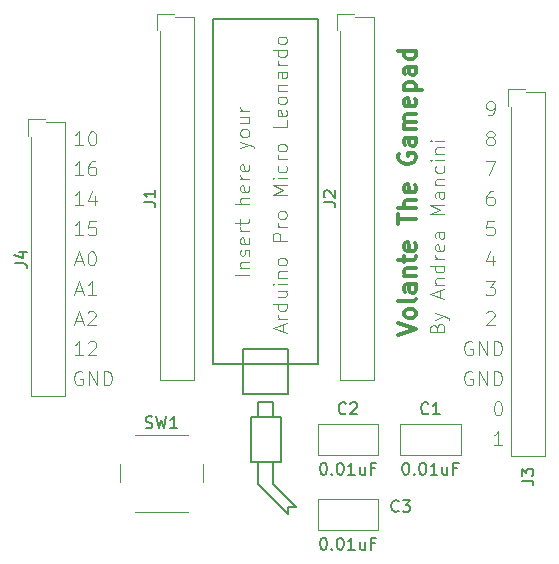
<source format=gbr>
G04 #@! TF.FileFunction,Legend,Top*
%FSLAX46Y46*%
G04 Gerber Fmt 4.6, Leading zero omitted, Abs format (unit mm)*
G04 Created by KiCad (PCBNEW 4.0.7) date 02/12/18 15:08:45*
%MOMM*%
%LPD*%
G01*
G04 APERTURE LIST*
%ADD10C,0.100000*%
%ADD11C,0.300000*%
%ADD12C,0.200000*%
%ADD13C,0.120000*%
%ADD14C,0.150000*%
G04 APERTURE END LIST*
D10*
X131787858Y-100237857D02*
X131102143Y-100237857D01*
X131445001Y-100237857D02*
X131445001Y-99037857D01*
X131330715Y-99209286D01*
X131216429Y-99323571D01*
X131102143Y-99380714D01*
X131387858Y-96497857D02*
X131502143Y-96497857D01*
X131616429Y-96555000D01*
X131673572Y-96612143D01*
X131730715Y-96726429D01*
X131787858Y-96955000D01*
X131787858Y-97240714D01*
X131730715Y-97469286D01*
X131673572Y-97583571D01*
X131616429Y-97640714D01*
X131502143Y-97697857D01*
X131387858Y-97697857D01*
X131273572Y-97640714D01*
X131216429Y-97583571D01*
X131159286Y-97469286D01*
X131102143Y-97240714D01*
X131102143Y-96955000D01*
X131159286Y-96726429D01*
X131216429Y-96612143D01*
X131273572Y-96555000D01*
X131387858Y-96497857D01*
X129260715Y-94015000D02*
X129146429Y-93957857D01*
X128975000Y-93957857D01*
X128803572Y-94015000D01*
X128689286Y-94129286D01*
X128632143Y-94243571D01*
X128575000Y-94472143D01*
X128575000Y-94643571D01*
X128632143Y-94872143D01*
X128689286Y-94986429D01*
X128803572Y-95100714D01*
X128975000Y-95157857D01*
X129089286Y-95157857D01*
X129260715Y-95100714D01*
X129317858Y-95043571D01*
X129317858Y-94643571D01*
X129089286Y-94643571D01*
X129832143Y-95157857D02*
X129832143Y-93957857D01*
X130517858Y-95157857D01*
X130517858Y-93957857D01*
X131089286Y-95157857D02*
X131089286Y-93957857D01*
X131375001Y-93957857D01*
X131546429Y-94015000D01*
X131660715Y-94129286D01*
X131717858Y-94243571D01*
X131775001Y-94472143D01*
X131775001Y-94643571D01*
X131717858Y-94872143D01*
X131660715Y-94986429D01*
X131546429Y-95100714D01*
X131375001Y-95157857D01*
X131089286Y-95157857D01*
X129260715Y-91475000D02*
X129146429Y-91417857D01*
X128975000Y-91417857D01*
X128803572Y-91475000D01*
X128689286Y-91589286D01*
X128632143Y-91703571D01*
X128575000Y-91932143D01*
X128575000Y-92103571D01*
X128632143Y-92332143D01*
X128689286Y-92446429D01*
X128803572Y-92560714D01*
X128975000Y-92617857D01*
X129089286Y-92617857D01*
X129260715Y-92560714D01*
X129317858Y-92503571D01*
X129317858Y-92103571D01*
X129089286Y-92103571D01*
X129832143Y-92617857D02*
X129832143Y-91417857D01*
X130517858Y-92617857D01*
X130517858Y-91417857D01*
X131089286Y-92617857D02*
X131089286Y-91417857D01*
X131375001Y-91417857D01*
X131546429Y-91475000D01*
X131660715Y-91589286D01*
X131717858Y-91703571D01*
X131775001Y-91932143D01*
X131775001Y-92103571D01*
X131717858Y-92332143D01*
X131660715Y-92446429D01*
X131546429Y-92560714D01*
X131375001Y-92617857D01*
X131089286Y-92617857D01*
X130467143Y-88992143D02*
X130524286Y-88935000D01*
X130638572Y-88877857D01*
X130924286Y-88877857D01*
X131038572Y-88935000D01*
X131095715Y-88992143D01*
X131152858Y-89106429D01*
X131152858Y-89220714D01*
X131095715Y-89392143D01*
X130410001Y-90077857D01*
X131152858Y-90077857D01*
X130410001Y-86337857D02*
X131152858Y-86337857D01*
X130752858Y-86795000D01*
X130924286Y-86795000D01*
X131038572Y-86852143D01*
X131095715Y-86909286D01*
X131152858Y-87023571D01*
X131152858Y-87309286D01*
X131095715Y-87423571D01*
X131038572Y-87480714D01*
X130924286Y-87537857D01*
X130581429Y-87537857D01*
X130467143Y-87480714D01*
X130410001Y-87423571D01*
X131038572Y-84197857D02*
X131038572Y-84997857D01*
X130752858Y-83740714D02*
X130467143Y-84597857D01*
X131210001Y-84597857D01*
X131095715Y-81257857D02*
X130524286Y-81257857D01*
X130467143Y-81829286D01*
X130524286Y-81772143D01*
X130638572Y-81715000D01*
X130924286Y-81715000D01*
X131038572Y-81772143D01*
X131095715Y-81829286D01*
X131152858Y-81943571D01*
X131152858Y-82229286D01*
X131095715Y-82343571D01*
X131038572Y-82400714D01*
X130924286Y-82457857D01*
X130638572Y-82457857D01*
X130524286Y-82400714D01*
X130467143Y-82343571D01*
X131038572Y-78717857D02*
X130810001Y-78717857D01*
X130695715Y-78775000D01*
X130638572Y-78832143D01*
X130524286Y-79003571D01*
X130467143Y-79232143D01*
X130467143Y-79689286D01*
X130524286Y-79803571D01*
X130581429Y-79860714D01*
X130695715Y-79917857D01*
X130924286Y-79917857D01*
X131038572Y-79860714D01*
X131095715Y-79803571D01*
X131152858Y-79689286D01*
X131152858Y-79403571D01*
X131095715Y-79289286D01*
X131038572Y-79232143D01*
X130924286Y-79175000D01*
X130695715Y-79175000D01*
X130581429Y-79232143D01*
X130524286Y-79289286D01*
X130467143Y-79403571D01*
X130410001Y-76177857D02*
X131210001Y-76177857D01*
X130695715Y-77377857D01*
X130695715Y-74152143D02*
X130581429Y-74095000D01*
X130524286Y-74037857D01*
X130467143Y-73923571D01*
X130467143Y-73866429D01*
X130524286Y-73752143D01*
X130581429Y-73695000D01*
X130695715Y-73637857D01*
X130924286Y-73637857D01*
X131038572Y-73695000D01*
X131095715Y-73752143D01*
X131152858Y-73866429D01*
X131152858Y-73923571D01*
X131095715Y-74037857D01*
X131038572Y-74095000D01*
X130924286Y-74152143D01*
X130695715Y-74152143D01*
X130581429Y-74209286D01*
X130524286Y-74266429D01*
X130467143Y-74380714D01*
X130467143Y-74609286D01*
X130524286Y-74723571D01*
X130581429Y-74780714D01*
X130695715Y-74837857D01*
X130924286Y-74837857D01*
X131038572Y-74780714D01*
X131095715Y-74723571D01*
X131152858Y-74609286D01*
X131152858Y-74380714D01*
X131095715Y-74266429D01*
X131038572Y-74209286D01*
X130924286Y-74152143D01*
X130581429Y-72297857D02*
X130810001Y-72297857D01*
X130924286Y-72240714D01*
X130981429Y-72183571D01*
X131095715Y-72012143D01*
X131152858Y-71783571D01*
X131152858Y-71326429D01*
X131095715Y-71212143D01*
X131038572Y-71155000D01*
X130924286Y-71097857D01*
X130695715Y-71097857D01*
X130581429Y-71155000D01*
X130524286Y-71212143D01*
X130467143Y-71326429D01*
X130467143Y-71612143D01*
X130524286Y-71726429D01*
X130581429Y-71783571D01*
X130695715Y-71840714D01*
X130924286Y-71840714D01*
X131038572Y-71783571D01*
X131095715Y-71726429D01*
X131152858Y-71612143D01*
X96240715Y-94015000D02*
X96126429Y-93957857D01*
X95955000Y-93957857D01*
X95783572Y-94015000D01*
X95669286Y-94129286D01*
X95612143Y-94243571D01*
X95555000Y-94472143D01*
X95555000Y-94643571D01*
X95612143Y-94872143D01*
X95669286Y-94986429D01*
X95783572Y-95100714D01*
X95955000Y-95157857D01*
X96069286Y-95157857D01*
X96240715Y-95100714D01*
X96297858Y-95043571D01*
X96297858Y-94643571D01*
X96069286Y-94643571D01*
X96812143Y-95157857D02*
X96812143Y-93957857D01*
X97497858Y-95157857D01*
X97497858Y-93957857D01*
X98069286Y-95157857D02*
X98069286Y-93957857D01*
X98355001Y-93957857D01*
X98526429Y-94015000D01*
X98640715Y-94129286D01*
X98697858Y-94243571D01*
X98755001Y-94472143D01*
X98755001Y-94643571D01*
X98697858Y-94872143D01*
X98640715Y-94986429D01*
X98526429Y-95100714D01*
X98355001Y-95157857D01*
X98069286Y-95157857D01*
X96291429Y-92617857D02*
X95605714Y-92617857D01*
X95948572Y-92617857D02*
X95948572Y-91417857D01*
X95834286Y-91589286D01*
X95720000Y-91703571D01*
X95605714Y-91760714D01*
X96748571Y-91532143D02*
X96805714Y-91475000D01*
X96920000Y-91417857D01*
X97205714Y-91417857D01*
X97320000Y-91475000D01*
X97377143Y-91532143D01*
X97434286Y-91646429D01*
X97434286Y-91760714D01*
X97377143Y-91932143D01*
X96691429Y-92617857D01*
X97434286Y-92617857D01*
X95662857Y-89735000D02*
X96234286Y-89735000D01*
X95548572Y-90077857D02*
X95948572Y-88877857D01*
X96348572Y-90077857D01*
X96691428Y-88992143D02*
X96748571Y-88935000D01*
X96862857Y-88877857D01*
X97148571Y-88877857D01*
X97262857Y-88935000D01*
X97320000Y-88992143D01*
X97377143Y-89106429D01*
X97377143Y-89220714D01*
X97320000Y-89392143D01*
X96634286Y-90077857D01*
X97377143Y-90077857D01*
X95662857Y-87195000D02*
X96234286Y-87195000D01*
X95548572Y-87537857D02*
X95948572Y-86337857D01*
X96348572Y-87537857D01*
X97377143Y-87537857D02*
X96691428Y-87537857D01*
X97034286Y-87537857D02*
X97034286Y-86337857D01*
X96920000Y-86509286D01*
X96805714Y-86623571D01*
X96691428Y-86680714D01*
X95662857Y-84655000D02*
X96234286Y-84655000D01*
X95548572Y-84997857D02*
X95948572Y-83797857D01*
X96348572Y-84997857D01*
X96977143Y-83797857D02*
X97091428Y-83797857D01*
X97205714Y-83855000D01*
X97262857Y-83912143D01*
X97320000Y-84026429D01*
X97377143Y-84255000D01*
X97377143Y-84540714D01*
X97320000Y-84769286D01*
X97262857Y-84883571D01*
X97205714Y-84940714D01*
X97091428Y-84997857D01*
X96977143Y-84997857D01*
X96862857Y-84940714D01*
X96805714Y-84883571D01*
X96748571Y-84769286D01*
X96691428Y-84540714D01*
X96691428Y-84255000D01*
X96748571Y-84026429D01*
X96805714Y-83912143D01*
X96862857Y-83855000D01*
X96977143Y-83797857D01*
X96291429Y-82457857D02*
X95605714Y-82457857D01*
X95948572Y-82457857D02*
X95948572Y-81257857D01*
X95834286Y-81429286D01*
X95720000Y-81543571D01*
X95605714Y-81600714D01*
X97377143Y-81257857D02*
X96805714Y-81257857D01*
X96748571Y-81829286D01*
X96805714Y-81772143D01*
X96920000Y-81715000D01*
X97205714Y-81715000D01*
X97320000Y-81772143D01*
X97377143Y-81829286D01*
X97434286Y-81943571D01*
X97434286Y-82229286D01*
X97377143Y-82343571D01*
X97320000Y-82400714D01*
X97205714Y-82457857D01*
X96920000Y-82457857D01*
X96805714Y-82400714D01*
X96748571Y-82343571D01*
X96291429Y-79917857D02*
X95605714Y-79917857D01*
X95948572Y-79917857D02*
X95948572Y-78717857D01*
X95834286Y-78889286D01*
X95720000Y-79003571D01*
X95605714Y-79060714D01*
X97320000Y-79117857D02*
X97320000Y-79917857D01*
X97034286Y-78660714D02*
X96748571Y-79517857D01*
X97491429Y-79517857D01*
X96291429Y-77377857D02*
X95605714Y-77377857D01*
X95948572Y-77377857D02*
X95948572Y-76177857D01*
X95834286Y-76349286D01*
X95720000Y-76463571D01*
X95605714Y-76520714D01*
X97320000Y-76177857D02*
X97091429Y-76177857D01*
X96977143Y-76235000D01*
X96920000Y-76292143D01*
X96805714Y-76463571D01*
X96748571Y-76692143D01*
X96748571Y-77149286D01*
X96805714Y-77263571D01*
X96862857Y-77320714D01*
X96977143Y-77377857D01*
X97205714Y-77377857D01*
X97320000Y-77320714D01*
X97377143Y-77263571D01*
X97434286Y-77149286D01*
X97434286Y-76863571D01*
X97377143Y-76749286D01*
X97320000Y-76692143D01*
X97205714Y-76635000D01*
X96977143Y-76635000D01*
X96862857Y-76692143D01*
X96805714Y-76749286D01*
X96748571Y-76863571D01*
X96291429Y-74837857D02*
X95605714Y-74837857D01*
X95948572Y-74837857D02*
X95948572Y-73637857D01*
X95834286Y-73809286D01*
X95720000Y-73923571D01*
X95605714Y-73980714D01*
X97034286Y-73637857D02*
X97148571Y-73637857D01*
X97262857Y-73695000D01*
X97320000Y-73752143D01*
X97377143Y-73866429D01*
X97434286Y-74095000D01*
X97434286Y-74380714D01*
X97377143Y-74609286D01*
X97320000Y-74723571D01*
X97262857Y-74780714D01*
X97148571Y-74837857D01*
X97034286Y-74837857D01*
X96920000Y-74780714D01*
X96862857Y-74723571D01*
X96805714Y-74609286D01*
X96748571Y-74380714D01*
X96748571Y-74095000D01*
X96805714Y-73866429D01*
X96862857Y-73752143D01*
X96920000Y-73695000D01*
X97034286Y-73637857D01*
X110397857Y-85768571D02*
X109197857Y-85768571D01*
X109597857Y-85197142D02*
X110397857Y-85197142D01*
X109712143Y-85197142D02*
X109655000Y-85139999D01*
X109597857Y-85025713D01*
X109597857Y-84854285D01*
X109655000Y-84739999D01*
X109769286Y-84682856D01*
X110397857Y-84682856D01*
X110340714Y-84168571D02*
X110397857Y-84054285D01*
X110397857Y-83825713D01*
X110340714Y-83711428D01*
X110226429Y-83654285D01*
X110169286Y-83654285D01*
X110055000Y-83711428D01*
X109997857Y-83825713D01*
X109997857Y-83997142D01*
X109940714Y-84111428D01*
X109826429Y-84168571D01*
X109769286Y-84168571D01*
X109655000Y-84111428D01*
X109597857Y-83997142D01*
X109597857Y-83825713D01*
X109655000Y-83711428D01*
X110340714Y-82682856D02*
X110397857Y-82797142D01*
X110397857Y-83025713D01*
X110340714Y-83139999D01*
X110226429Y-83197142D01*
X109769286Y-83197142D01*
X109655000Y-83139999D01*
X109597857Y-83025713D01*
X109597857Y-82797142D01*
X109655000Y-82682856D01*
X109769286Y-82625713D01*
X109883571Y-82625713D01*
X109997857Y-83197142D01*
X110397857Y-82111428D02*
X109597857Y-82111428D01*
X109826429Y-82111428D02*
X109712143Y-82054285D01*
X109655000Y-81997142D01*
X109597857Y-81882856D01*
X109597857Y-81768571D01*
X109597857Y-81539999D02*
X109597857Y-81082856D01*
X109197857Y-81368571D02*
X110226429Y-81368571D01*
X110340714Y-81311428D01*
X110397857Y-81197142D01*
X110397857Y-81082856D01*
X110397857Y-79768571D02*
X109197857Y-79768571D01*
X110397857Y-79254285D02*
X109769286Y-79254285D01*
X109655000Y-79311428D01*
X109597857Y-79425714D01*
X109597857Y-79597142D01*
X109655000Y-79711428D01*
X109712143Y-79768571D01*
X110340714Y-78225714D02*
X110397857Y-78340000D01*
X110397857Y-78568571D01*
X110340714Y-78682857D01*
X110226429Y-78740000D01*
X109769286Y-78740000D01*
X109655000Y-78682857D01*
X109597857Y-78568571D01*
X109597857Y-78340000D01*
X109655000Y-78225714D01*
X109769286Y-78168571D01*
X109883571Y-78168571D01*
X109997857Y-78740000D01*
X110397857Y-77654286D02*
X109597857Y-77654286D01*
X109826429Y-77654286D02*
X109712143Y-77597143D01*
X109655000Y-77540000D01*
X109597857Y-77425714D01*
X109597857Y-77311429D01*
X110340714Y-76454286D02*
X110397857Y-76568572D01*
X110397857Y-76797143D01*
X110340714Y-76911429D01*
X110226429Y-76968572D01*
X109769286Y-76968572D01*
X109655000Y-76911429D01*
X109597857Y-76797143D01*
X109597857Y-76568572D01*
X109655000Y-76454286D01*
X109769286Y-76397143D01*
X109883571Y-76397143D01*
X109997857Y-76968572D01*
X109597857Y-75082857D02*
X110397857Y-74797143D01*
X109597857Y-74511429D02*
X110397857Y-74797143D01*
X110683571Y-74911429D01*
X110740714Y-74968572D01*
X110797857Y-75082857D01*
X110397857Y-73882857D02*
X110340714Y-73997143D01*
X110283571Y-74054286D01*
X110169286Y-74111429D01*
X109826429Y-74111429D01*
X109712143Y-74054286D01*
X109655000Y-73997143D01*
X109597857Y-73882857D01*
X109597857Y-73711429D01*
X109655000Y-73597143D01*
X109712143Y-73540000D01*
X109826429Y-73482857D01*
X110169286Y-73482857D01*
X110283571Y-73540000D01*
X110340714Y-73597143D01*
X110397857Y-73711429D01*
X110397857Y-73882857D01*
X109597857Y-72454286D02*
X110397857Y-72454286D01*
X109597857Y-72968572D02*
X110226429Y-72968572D01*
X110340714Y-72911429D01*
X110397857Y-72797143D01*
X110397857Y-72625715D01*
X110340714Y-72511429D01*
X110283571Y-72454286D01*
X110397857Y-71882858D02*
X109597857Y-71882858D01*
X109826429Y-71882858D02*
X109712143Y-71825715D01*
X109655000Y-71768572D01*
X109597857Y-71654286D01*
X109597857Y-71540001D01*
X113230000Y-90590713D02*
X113230000Y-90019284D01*
X113572857Y-90704998D02*
X112372857Y-90304998D01*
X113572857Y-89904998D01*
X113572857Y-89504999D02*
X112772857Y-89504999D01*
X113001429Y-89504999D02*
X112887143Y-89447856D01*
X112830000Y-89390713D01*
X112772857Y-89276427D01*
X112772857Y-89162142D01*
X113572857Y-88247856D02*
X112372857Y-88247856D01*
X113515714Y-88247856D02*
X113572857Y-88362142D01*
X113572857Y-88590713D01*
X113515714Y-88704999D01*
X113458571Y-88762142D01*
X113344286Y-88819285D01*
X113001429Y-88819285D01*
X112887143Y-88762142D01*
X112830000Y-88704999D01*
X112772857Y-88590713D01*
X112772857Y-88362142D01*
X112830000Y-88247856D01*
X112772857Y-87162142D02*
X113572857Y-87162142D01*
X112772857Y-87676428D02*
X113401429Y-87676428D01*
X113515714Y-87619285D01*
X113572857Y-87504999D01*
X113572857Y-87333571D01*
X113515714Y-87219285D01*
X113458571Y-87162142D01*
X113572857Y-86590714D02*
X112772857Y-86590714D01*
X112372857Y-86590714D02*
X112430000Y-86647857D01*
X112487143Y-86590714D01*
X112430000Y-86533571D01*
X112372857Y-86590714D01*
X112487143Y-86590714D01*
X112772857Y-86019285D02*
X113572857Y-86019285D01*
X112887143Y-86019285D02*
X112830000Y-85962142D01*
X112772857Y-85847856D01*
X112772857Y-85676428D01*
X112830000Y-85562142D01*
X112944286Y-85504999D01*
X113572857Y-85504999D01*
X113572857Y-84762142D02*
X113515714Y-84876428D01*
X113458571Y-84933571D01*
X113344286Y-84990714D01*
X113001429Y-84990714D01*
X112887143Y-84933571D01*
X112830000Y-84876428D01*
X112772857Y-84762142D01*
X112772857Y-84590714D01*
X112830000Y-84476428D01*
X112887143Y-84419285D01*
X113001429Y-84362142D01*
X113344286Y-84362142D01*
X113458571Y-84419285D01*
X113515714Y-84476428D01*
X113572857Y-84590714D01*
X113572857Y-84762142D01*
X113572857Y-82933571D02*
X112372857Y-82933571D01*
X112372857Y-82476428D01*
X112430000Y-82362142D01*
X112487143Y-82304999D01*
X112601429Y-82247856D01*
X112772857Y-82247856D01*
X112887143Y-82304999D01*
X112944286Y-82362142D01*
X113001429Y-82476428D01*
X113001429Y-82933571D01*
X113572857Y-81733571D02*
X112772857Y-81733571D01*
X113001429Y-81733571D02*
X112887143Y-81676428D01*
X112830000Y-81619285D01*
X112772857Y-81504999D01*
X112772857Y-81390714D01*
X113572857Y-80819285D02*
X113515714Y-80933571D01*
X113458571Y-80990714D01*
X113344286Y-81047857D01*
X113001429Y-81047857D01*
X112887143Y-80990714D01*
X112830000Y-80933571D01*
X112772857Y-80819285D01*
X112772857Y-80647857D01*
X112830000Y-80533571D01*
X112887143Y-80476428D01*
X113001429Y-80419285D01*
X113344286Y-80419285D01*
X113458571Y-80476428D01*
X113515714Y-80533571D01*
X113572857Y-80647857D01*
X113572857Y-80819285D01*
X113572857Y-78990714D02*
X112372857Y-78990714D01*
X113230000Y-78590714D01*
X112372857Y-78190714D01*
X113572857Y-78190714D01*
X113572857Y-77619285D02*
X112772857Y-77619285D01*
X112372857Y-77619285D02*
X112430000Y-77676428D01*
X112487143Y-77619285D01*
X112430000Y-77562142D01*
X112372857Y-77619285D01*
X112487143Y-77619285D01*
X113515714Y-76533570D02*
X113572857Y-76647856D01*
X113572857Y-76876427D01*
X113515714Y-76990713D01*
X113458571Y-77047856D01*
X113344286Y-77104999D01*
X113001429Y-77104999D01*
X112887143Y-77047856D01*
X112830000Y-76990713D01*
X112772857Y-76876427D01*
X112772857Y-76647856D01*
X112830000Y-76533570D01*
X113572857Y-76019285D02*
X112772857Y-76019285D01*
X113001429Y-76019285D02*
X112887143Y-75962142D01*
X112830000Y-75904999D01*
X112772857Y-75790713D01*
X112772857Y-75676428D01*
X113572857Y-75104999D02*
X113515714Y-75219285D01*
X113458571Y-75276428D01*
X113344286Y-75333571D01*
X113001429Y-75333571D01*
X112887143Y-75276428D01*
X112830000Y-75219285D01*
X112772857Y-75104999D01*
X112772857Y-74933571D01*
X112830000Y-74819285D01*
X112887143Y-74762142D01*
X113001429Y-74704999D01*
X113344286Y-74704999D01*
X113458571Y-74762142D01*
X113515714Y-74819285D01*
X113572857Y-74933571D01*
X113572857Y-75104999D01*
X113572857Y-72704999D02*
X113572857Y-73276428D01*
X112372857Y-73276428D01*
X113515714Y-71847856D02*
X113572857Y-71962142D01*
X113572857Y-72190713D01*
X113515714Y-72304999D01*
X113401429Y-72362142D01*
X112944286Y-72362142D01*
X112830000Y-72304999D01*
X112772857Y-72190713D01*
X112772857Y-71962142D01*
X112830000Y-71847856D01*
X112944286Y-71790713D01*
X113058571Y-71790713D01*
X113172857Y-72362142D01*
X113572857Y-71104999D02*
X113515714Y-71219285D01*
X113458571Y-71276428D01*
X113344286Y-71333571D01*
X113001429Y-71333571D01*
X112887143Y-71276428D01*
X112830000Y-71219285D01*
X112772857Y-71104999D01*
X112772857Y-70933571D01*
X112830000Y-70819285D01*
X112887143Y-70762142D01*
X113001429Y-70704999D01*
X113344286Y-70704999D01*
X113458571Y-70762142D01*
X113515714Y-70819285D01*
X113572857Y-70933571D01*
X113572857Y-71104999D01*
X112772857Y-70190714D02*
X113572857Y-70190714D01*
X112887143Y-70190714D02*
X112830000Y-70133571D01*
X112772857Y-70019285D01*
X112772857Y-69847857D01*
X112830000Y-69733571D01*
X112944286Y-69676428D01*
X113572857Y-69676428D01*
X113572857Y-68590714D02*
X112944286Y-68590714D01*
X112830000Y-68647857D01*
X112772857Y-68762143D01*
X112772857Y-68990714D01*
X112830000Y-69105000D01*
X113515714Y-68590714D02*
X113572857Y-68705000D01*
X113572857Y-68990714D01*
X113515714Y-69105000D01*
X113401429Y-69162143D01*
X113287143Y-69162143D01*
X113172857Y-69105000D01*
X113115714Y-68990714D01*
X113115714Y-68705000D01*
X113058571Y-68590714D01*
X113572857Y-68019286D02*
X112772857Y-68019286D01*
X113001429Y-68019286D02*
X112887143Y-67962143D01*
X112830000Y-67905000D01*
X112772857Y-67790714D01*
X112772857Y-67676429D01*
X113572857Y-66762143D02*
X112372857Y-66762143D01*
X113515714Y-66762143D02*
X113572857Y-66876429D01*
X113572857Y-67105000D01*
X113515714Y-67219286D01*
X113458571Y-67276429D01*
X113344286Y-67333572D01*
X113001429Y-67333572D01*
X112887143Y-67276429D01*
X112830000Y-67219286D01*
X112772857Y-67105000D01*
X112772857Y-66876429D01*
X112830000Y-66762143D01*
X113572857Y-66019286D02*
X113515714Y-66133572D01*
X113458571Y-66190715D01*
X113344286Y-66247858D01*
X113001429Y-66247858D01*
X112887143Y-66190715D01*
X112830000Y-66133572D01*
X112772857Y-66019286D01*
X112772857Y-65847858D01*
X112830000Y-65733572D01*
X112887143Y-65676429D01*
X113001429Y-65619286D01*
X113344286Y-65619286D01*
X113458571Y-65676429D01*
X113515714Y-65733572D01*
X113572857Y-65847858D01*
X113572857Y-66019286D01*
X126279286Y-90264285D02*
X126336429Y-90092856D01*
X126393571Y-90035713D01*
X126507857Y-89978570D01*
X126679286Y-89978570D01*
X126793571Y-90035713D01*
X126850714Y-90092856D01*
X126907857Y-90207142D01*
X126907857Y-90664285D01*
X125707857Y-90664285D01*
X125707857Y-90264285D01*
X125765000Y-90149999D01*
X125822143Y-90092856D01*
X125936429Y-90035713D01*
X126050714Y-90035713D01*
X126165000Y-90092856D01*
X126222143Y-90149999D01*
X126279286Y-90264285D01*
X126279286Y-90664285D01*
X126107857Y-89578570D02*
X126907857Y-89292856D01*
X126107857Y-89007142D02*
X126907857Y-89292856D01*
X127193571Y-89407142D01*
X127250714Y-89464285D01*
X127307857Y-89578570D01*
X126565000Y-87692856D02*
X126565000Y-87121427D01*
X126907857Y-87807141D02*
X125707857Y-87407141D01*
X126907857Y-87007141D01*
X126107857Y-86607142D02*
X126907857Y-86607142D01*
X126222143Y-86607142D02*
X126165000Y-86549999D01*
X126107857Y-86435713D01*
X126107857Y-86264285D01*
X126165000Y-86149999D01*
X126279286Y-86092856D01*
X126907857Y-86092856D01*
X126907857Y-85007142D02*
X125707857Y-85007142D01*
X126850714Y-85007142D02*
X126907857Y-85121428D01*
X126907857Y-85349999D01*
X126850714Y-85464285D01*
X126793571Y-85521428D01*
X126679286Y-85578571D01*
X126336429Y-85578571D01*
X126222143Y-85521428D01*
X126165000Y-85464285D01*
X126107857Y-85349999D01*
X126107857Y-85121428D01*
X126165000Y-85007142D01*
X126907857Y-84435714D02*
X126107857Y-84435714D01*
X126336429Y-84435714D02*
X126222143Y-84378571D01*
X126165000Y-84321428D01*
X126107857Y-84207142D01*
X126107857Y-84092857D01*
X126850714Y-83235714D02*
X126907857Y-83350000D01*
X126907857Y-83578571D01*
X126850714Y-83692857D01*
X126736429Y-83750000D01*
X126279286Y-83750000D01*
X126165000Y-83692857D01*
X126107857Y-83578571D01*
X126107857Y-83350000D01*
X126165000Y-83235714D01*
X126279286Y-83178571D01*
X126393571Y-83178571D01*
X126507857Y-83750000D01*
X126907857Y-82150000D02*
X126279286Y-82150000D01*
X126165000Y-82207143D01*
X126107857Y-82321429D01*
X126107857Y-82550000D01*
X126165000Y-82664286D01*
X126850714Y-82150000D02*
X126907857Y-82264286D01*
X126907857Y-82550000D01*
X126850714Y-82664286D01*
X126736429Y-82721429D01*
X126622143Y-82721429D01*
X126507857Y-82664286D01*
X126450714Y-82550000D01*
X126450714Y-82264286D01*
X126393571Y-82150000D01*
X126907857Y-80664286D02*
X125707857Y-80664286D01*
X126565000Y-80264286D01*
X125707857Y-79864286D01*
X126907857Y-79864286D01*
X126907857Y-78778571D02*
X126279286Y-78778571D01*
X126165000Y-78835714D01*
X126107857Y-78950000D01*
X126107857Y-79178571D01*
X126165000Y-79292857D01*
X126850714Y-78778571D02*
X126907857Y-78892857D01*
X126907857Y-79178571D01*
X126850714Y-79292857D01*
X126736429Y-79350000D01*
X126622143Y-79350000D01*
X126507857Y-79292857D01*
X126450714Y-79178571D01*
X126450714Y-78892857D01*
X126393571Y-78778571D01*
X126107857Y-78207143D02*
X126907857Y-78207143D01*
X126222143Y-78207143D02*
X126165000Y-78150000D01*
X126107857Y-78035714D01*
X126107857Y-77864286D01*
X126165000Y-77750000D01*
X126279286Y-77692857D01*
X126907857Y-77692857D01*
X126850714Y-76607143D02*
X126907857Y-76721429D01*
X126907857Y-76950000D01*
X126850714Y-77064286D01*
X126793571Y-77121429D01*
X126679286Y-77178572D01*
X126336429Y-77178572D01*
X126222143Y-77121429D01*
X126165000Y-77064286D01*
X126107857Y-76950000D01*
X126107857Y-76721429D01*
X126165000Y-76607143D01*
X126907857Y-76092858D02*
X126107857Y-76092858D01*
X125707857Y-76092858D02*
X125765000Y-76150001D01*
X125822143Y-76092858D01*
X125765000Y-76035715D01*
X125707857Y-76092858D01*
X125822143Y-76092858D01*
X126107857Y-75521429D02*
X126907857Y-75521429D01*
X126222143Y-75521429D02*
X126165000Y-75464286D01*
X126107857Y-75350000D01*
X126107857Y-75178572D01*
X126165000Y-75064286D01*
X126279286Y-75007143D01*
X126907857Y-75007143D01*
X126907857Y-74435715D02*
X126107857Y-74435715D01*
X125707857Y-74435715D02*
X125765000Y-74492858D01*
X125822143Y-74435715D01*
X125765000Y-74378572D01*
X125707857Y-74435715D01*
X125822143Y-74435715D01*
D11*
X123003571Y-90882857D02*
X124503571Y-90382857D01*
X123003571Y-89882857D01*
X124503571Y-89168571D02*
X124432143Y-89311429D01*
X124360714Y-89382857D01*
X124217857Y-89454286D01*
X123789286Y-89454286D01*
X123646429Y-89382857D01*
X123575000Y-89311429D01*
X123503571Y-89168571D01*
X123503571Y-88954286D01*
X123575000Y-88811429D01*
X123646429Y-88740000D01*
X123789286Y-88668571D01*
X124217857Y-88668571D01*
X124360714Y-88740000D01*
X124432143Y-88811429D01*
X124503571Y-88954286D01*
X124503571Y-89168571D01*
X124503571Y-87811428D02*
X124432143Y-87954286D01*
X124289286Y-88025714D01*
X123003571Y-88025714D01*
X124503571Y-86597143D02*
X123717857Y-86597143D01*
X123575000Y-86668572D01*
X123503571Y-86811429D01*
X123503571Y-87097143D01*
X123575000Y-87240000D01*
X124432143Y-86597143D02*
X124503571Y-86740000D01*
X124503571Y-87097143D01*
X124432143Y-87240000D01*
X124289286Y-87311429D01*
X124146429Y-87311429D01*
X124003571Y-87240000D01*
X123932143Y-87097143D01*
X123932143Y-86740000D01*
X123860714Y-86597143D01*
X123503571Y-85882857D02*
X124503571Y-85882857D01*
X123646429Y-85882857D02*
X123575000Y-85811429D01*
X123503571Y-85668571D01*
X123503571Y-85454286D01*
X123575000Y-85311429D01*
X123717857Y-85240000D01*
X124503571Y-85240000D01*
X123503571Y-84740000D02*
X123503571Y-84168571D01*
X123003571Y-84525714D02*
X124289286Y-84525714D01*
X124432143Y-84454286D01*
X124503571Y-84311428D01*
X124503571Y-84168571D01*
X124432143Y-83097143D02*
X124503571Y-83240000D01*
X124503571Y-83525714D01*
X124432143Y-83668571D01*
X124289286Y-83740000D01*
X123717857Y-83740000D01*
X123575000Y-83668571D01*
X123503571Y-83525714D01*
X123503571Y-83240000D01*
X123575000Y-83097143D01*
X123717857Y-83025714D01*
X123860714Y-83025714D01*
X124003571Y-83740000D01*
X123003571Y-81454286D02*
X123003571Y-80597143D01*
X124503571Y-81025714D02*
X123003571Y-81025714D01*
X124503571Y-80097143D02*
X123003571Y-80097143D01*
X124503571Y-79454286D02*
X123717857Y-79454286D01*
X123575000Y-79525715D01*
X123503571Y-79668572D01*
X123503571Y-79882857D01*
X123575000Y-80025715D01*
X123646429Y-80097143D01*
X124432143Y-78168572D02*
X124503571Y-78311429D01*
X124503571Y-78597143D01*
X124432143Y-78740000D01*
X124289286Y-78811429D01*
X123717857Y-78811429D01*
X123575000Y-78740000D01*
X123503571Y-78597143D01*
X123503571Y-78311429D01*
X123575000Y-78168572D01*
X123717857Y-78097143D01*
X123860714Y-78097143D01*
X124003571Y-78811429D01*
X123075000Y-75525715D02*
X123003571Y-75668572D01*
X123003571Y-75882858D01*
X123075000Y-76097143D01*
X123217857Y-76240001D01*
X123360714Y-76311429D01*
X123646429Y-76382858D01*
X123860714Y-76382858D01*
X124146429Y-76311429D01*
X124289286Y-76240001D01*
X124432143Y-76097143D01*
X124503571Y-75882858D01*
X124503571Y-75740001D01*
X124432143Y-75525715D01*
X124360714Y-75454286D01*
X123860714Y-75454286D01*
X123860714Y-75740001D01*
X124503571Y-74168572D02*
X123717857Y-74168572D01*
X123575000Y-74240001D01*
X123503571Y-74382858D01*
X123503571Y-74668572D01*
X123575000Y-74811429D01*
X124432143Y-74168572D02*
X124503571Y-74311429D01*
X124503571Y-74668572D01*
X124432143Y-74811429D01*
X124289286Y-74882858D01*
X124146429Y-74882858D01*
X124003571Y-74811429D01*
X123932143Y-74668572D01*
X123932143Y-74311429D01*
X123860714Y-74168572D01*
X124503571Y-73454286D02*
X123503571Y-73454286D01*
X123646429Y-73454286D02*
X123575000Y-73382858D01*
X123503571Y-73240000D01*
X123503571Y-73025715D01*
X123575000Y-72882858D01*
X123717857Y-72811429D01*
X124503571Y-72811429D01*
X123717857Y-72811429D02*
X123575000Y-72740000D01*
X123503571Y-72597143D01*
X123503571Y-72382858D01*
X123575000Y-72240000D01*
X123717857Y-72168572D01*
X124503571Y-72168572D01*
X124432143Y-70882858D02*
X124503571Y-71025715D01*
X124503571Y-71311429D01*
X124432143Y-71454286D01*
X124289286Y-71525715D01*
X123717857Y-71525715D01*
X123575000Y-71454286D01*
X123503571Y-71311429D01*
X123503571Y-71025715D01*
X123575000Y-70882858D01*
X123717857Y-70811429D01*
X123860714Y-70811429D01*
X124003571Y-71525715D01*
X123503571Y-70168572D02*
X125003571Y-70168572D01*
X123575000Y-70168572D02*
X123503571Y-70025715D01*
X123503571Y-69740001D01*
X123575000Y-69597144D01*
X123646429Y-69525715D01*
X123789286Y-69454286D01*
X124217857Y-69454286D01*
X124360714Y-69525715D01*
X124432143Y-69597144D01*
X124503571Y-69740001D01*
X124503571Y-70025715D01*
X124432143Y-70168572D01*
X124503571Y-68168572D02*
X123717857Y-68168572D01*
X123575000Y-68240001D01*
X123503571Y-68382858D01*
X123503571Y-68668572D01*
X123575000Y-68811429D01*
X124432143Y-68168572D02*
X124503571Y-68311429D01*
X124503571Y-68668572D01*
X124432143Y-68811429D01*
X124289286Y-68882858D01*
X124146429Y-68882858D01*
X124003571Y-68811429D01*
X123932143Y-68668572D01*
X123932143Y-68311429D01*
X123860714Y-68168572D01*
X124503571Y-66811429D02*
X123003571Y-66811429D01*
X124432143Y-66811429D02*
X124503571Y-66954286D01*
X124503571Y-67240000D01*
X124432143Y-67382858D01*
X124360714Y-67454286D01*
X124217857Y-67525715D01*
X123789286Y-67525715D01*
X123646429Y-67454286D01*
X123575000Y-67382858D01*
X123503571Y-67240000D01*
X123503571Y-66954286D01*
X123575000Y-66811429D01*
D12*
X112395000Y-103505000D02*
X112395000Y-101600000D01*
X114300000Y-105410000D02*
X112395000Y-103505000D01*
X113665000Y-105410000D02*
X114300000Y-105410000D01*
X113665000Y-106045000D02*
X113665000Y-105410000D01*
X111125000Y-103505000D02*
X113665000Y-106045000D01*
X111125000Y-101600000D02*
X111125000Y-103505000D01*
X110490000Y-101600000D02*
X110490000Y-97790000D01*
X113030000Y-101600000D02*
X110490000Y-101600000D01*
X113030000Y-97790000D02*
X113030000Y-101600000D01*
X110490000Y-97790000D02*
X113030000Y-97790000D01*
X111125000Y-97790000D02*
X111125000Y-96520000D01*
X112395000Y-97790000D02*
X111125000Y-97790000D01*
X112395000Y-96520000D02*
X112395000Y-97790000D01*
X111125000Y-96520000D02*
X112395000Y-96520000D01*
X113665000Y-92075000D02*
X109855000Y-92075000D01*
X113665000Y-95885000D02*
X113665000Y-92075000D01*
X109855000Y-95885000D02*
X113665000Y-95885000D01*
X109855000Y-92075000D02*
X109855000Y-95885000D01*
X107315000Y-93345000D02*
X107315000Y-64135000D01*
X116205000Y-93345000D02*
X107315000Y-93345000D01*
X116205000Y-64135000D02*
X116205000Y-93345000D01*
X107315000Y-64135000D02*
X116205000Y-64135000D01*
D13*
X123150000Y-98385000D02*
X128270000Y-98385000D01*
X123150000Y-101005000D02*
X128270000Y-101005000D01*
X123150000Y-98385000D02*
X123150000Y-101005000D01*
X128270000Y-98385000D02*
X128270000Y-101005000D01*
X116165000Y-98385000D02*
X121285000Y-98385000D01*
X116165000Y-101005000D02*
X121285000Y-101005000D01*
X116165000Y-98385000D02*
X116165000Y-101005000D01*
X121285000Y-98385000D02*
X121285000Y-101005000D01*
X116165000Y-104735000D02*
X121285000Y-104735000D01*
X116165000Y-107355000D02*
X121285000Y-107355000D01*
X116165000Y-104735000D02*
X116165000Y-107355000D01*
X121285000Y-104735000D02*
X121285000Y-107355000D01*
X104090000Y-63920000D02*
X105680000Y-63920000D01*
X105680000Y-63920000D02*
X105680000Y-94700000D01*
X105680000Y-94700000D02*
X102840000Y-94700000D01*
X102840000Y-94700000D02*
X102840000Y-65170000D01*
X103990000Y-63670000D02*
X102590000Y-63670000D01*
X102590000Y-63670000D02*
X102590000Y-65070000D01*
X119330000Y-63920000D02*
X120920000Y-63920000D01*
X120920000Y-63920000D02*
X120920000Y-94700000D01*
X120920000Y-94700000D02*
X118080000Y-94700000D01*
X118080000Y-94700000D02*
X118080000Y-65170000D01*
X119230000Y-63670000D02*
X117830000Y-63670000D01*
X117830000Y-63670000D02*
X117830000Y-65070000D01*
X133815000Y-70335000D02*
X135405000Y-70335000D01*
X135405000Y-70335000D02*
X135405000Y-101115000D01*
X135405000Y-101115000D02*
X132565000Y-101115000D01*
X132565000Y-101115000D02*
X132565000Y-71585000D01*
X133715000Y-70085000D02*
X132315000Y-70085000D01*
X132315000Y-70085000D02*
X132315000Y-71485000D01*
X93175000Y-72875000D02*
X94765000Y-72875000D01*
X94765000Y-72875000D02*
X94765000Y-96035000D01*
X94765000Y-96035000D02*
X91925000Y-96035000D01*
X91925000Y-96035000D02*
X91925000Y-74125000D01*
X93075000Y-72625000D02*
X91675000Y-72625000D01*
X91675000Y-72625000D02*
X91675000Y-74025000D01*
X100695000Y-105830000D02*
X105195000Y-105830000D01*
X99445000Y-101830000D02*
X99445000Y-103330000D01*
X105195000Y-99330000D02*
X100695000Y-99330000D01*
X106445000Y-103330000D02*
X106445000Y-101830000D01*
D14*
X125543334Y-97492143D02*
X125495715Y-97539762D01*
X125352858Y-97587381D01*
X125257620Y-97587381D01*
X125114762Y-97539762D01*
X125019524Y-97444524D01*
X124971905Y-97349286D01*
X124924286Y-97158810D01*
X124924286Y-97015952D01*
X124971905Y-96825476D01*
X125019524Y-96730238D01*
X125114762Y-96635000D01*
X125257620Y-96587381D01*
X125352858Y-96587381D01*
X125495715Y-96635000D01*
X125543334Y-96682619D01*
X126495715Y-97587381D02*
X125924286Y-97587381D01*
X126210000Y-97587381D02*
X126210000Y-96587381D01*
X126114762Y-96730238D01*
X126019524Y-96825476D01*
X125924286Y-96873095D01*
X123590952Y-101707381D02*
X123686191Y-101707381D01*
X123781429Y-101755000D01*
X123829048Y-101802619D01*
X123876667Y-101897857D01*
X123924286Y-102088333D01*
X123924286Y-102326429D01*
X123876667Y-102516905D01*
X123829048Y-102612143D01*
X123781429Y-102659762D01*
X123686191Y-102707381D01*
X123590952Y-102707381D01*
X123495714Y-102659762D01*
X123448095Y-102612143D01*
X123400476Y-102516905D01*
X123352857Y-102326429D01*
X123352857Y-102088333D01*
X123400476Y-101897857D01*
X123448095Y-101802619D01*
X123495714Y-101755000D01*
X123590952Y-101707381D01*
X124352857Y-102612143D02*
X124400476Y-102659762D01*
X124352857Y-102707381D01*
X124305238Y-102659762D01*
X124352857Y-102612143D01*
X124352857Y-102707381D01*
X125019523Y-101707381D02*
X125114762Y-101707381D01*
X125210000Y-101755000D01*
X125257619Y-101802619D01*
X125305238Y-101897857D01*
X125352857Y-102088333D01*
X125352857Y-102326429D01*
X125305238Y-102516905D01*
X125257619Y-102612143D01*
X125210000Y-102659762D01*
X125114762Y-102707381D01*
X125019523Y-102707381D01*
X124924285Y-102659762D01*
X124876666Y-102612143D01*
X124829047Y-102516905D01*
X124781428Y-102326429D01*
X124781428Y-102088333D01*
X124829047Y-101897857D01*
X124876666Y-101802619D01*
X124924285Y-101755000D01*
X125019523Y-101707381D01*
X126305238Y-102707381D02*
X125733809Y-102707381D01*
X126019523Y-102707381D02*
X126019523Y-101707381D01*
X125924285Y-101850238D01*
X125829047Y-101945476D01*
X125733809Y-101993095D01*
X127162381Y-102040714D02*
X127162381Y-102707381D01*
X126733809Y-102040714D02*
X126733809Y-102564524D01*
X126781428Y-102659762D01*
X126876666Y-102707381D01*
X127019524Y-102707381D01*
X127114762Y-102659762D01*
X127162381Y-102612143D01*
X127971905Y-102183571D02*
X127638571Y-102183571D01*
X127638571Y-102707381D02*
X127638571Y-101707381D01*
X128114762Y-101707381D01*
X118558334Y-97492143D02*
X118510715Y-97539762D01*
X118367858Y-97587381D01*
X118272620Y-97587381D01*
X118129762Y-97539762D01*
X118034524Y-97444524D01*
X117986905Y-97349286D01*
X117939286Y-97158810D01*
X117939286Y-97015952D01*
X117986905Y-96825476D01*
X118034524Y-96730238D01*
X118129762Y-96635000D01*
X118272620Y-96587381D01*
X118367858Y-96587381D01*
X118510715Y-96635000D01*
X118558334Y-96682619D01*
X118939286Y-96682619D02*
X118986905Y-96635000D01*
X119082143Y-96587381D01*
X119320239Y-96587381D01*
X119415477Y-96635000D01*
X119463096Y-96682619D01*
X119510715Y-96777857D01*
X119510715Y-96873095D01*
X119463096Y-97015952D01*
X118891667Y-97587381D01*
X119510715Y-97587381D01*
X116605952Y-101707381D02*
X116701191Y-101707381D01*
X116796429Y-101755000D01*
X116844048Y-101802619D01*
X116891667Y-101897857D01*
X116939286Y-102088333D01*
X116939286Y-102326429D01*
X116891667Y-102516905D01*
X116844048Y-102612143D01*
X116796429Y-102659762D01*
X116701191Y-102707381D01*
X116605952Y-102707381D01*
X116510714Y-102659762D01*
X116463095Y-102612143D01*
X116415476Y-102516905D01*
X116367857Y-102326429D01*
X116367857Y-102088333D01*
X116415476Y-101897857D01*
X116463095Y-101802619D01*
X116510714Y-101755000D01*
X116605952Y-101707381D01*
X117367857Y-102612143D02*
X117415476Y-102659762D01*
X117367857Y-102707381D01*
X117320238Y-102659762D01*
X117367857Y-102612143D01*
X117367857Y-102707381D01*
X118034523Y-101707381D02*
X118129762Y-101707381D01*
X118225000Y-101755000D01*
X118272619Y-101802619D01*
X118320238Y-101897857D01*
X118367857Y-102088333D01*
X118367857Y-102326429D01*
X118320238Y-102516905D01*
X118272619Y-102612143D01*
X118225000Y-102659762D01*
X118129762Y-102707381D01*
X118034523Y-102707381D01*
X117939285Y-102659762D01*
X117891666Y-102612143D01*
X117844047Y-102516905D01*
X117796428Y-102326429D01*
X117796428Y-102088333D01*
X117844047Y-101897857D01*
X117891666Y-101802619D01*
X117939285Y-101755000D01*
X118034523Y-101707381D01*
X119320238Y-102707381D02*
X118748809Y-102707381D01*
X119034523Y-102707381D02*
X119034523Y-101707381D01*
X118939285Y-101850238D01*
X118844047Y-101945476D01*
X118748809Y-101993095D01*
X120177381Y-102040714D02*
X120177381Y-102707381D01*
X119748809Y-102040714D02*
X119748809Y-102564524D01*
X119796428Y-102659762D01*
X119891666Y-102707381D01*
X120034524Y-102707381D01*
X120129762Y-102659762D01*
X120177381Y-102612143D01*
X120986905Y-102183571D02*
X120653571Y-102183571D01*
X120653571Y-102707381D02*
X120653571Y-101707381D01*
X121129762Y-101707381D01*
X123023334Y-105767143D02*
X122975715Y-105814762D01*
X122832858Y-105862381D01*
X122737620Y-105862381D01*
X122594762Y-105814762D01*
X122499524Y-105719524D01*
X122451905Y-105624286D01*
X122404286Y-105433810D01*
X122404286Y-105290952D01*
X122451905Y-105100476D01*
X122499524Y-105005238D01*
X122594762Y-104910000D01*
X122737620Y-104862381D01*
X122832858Y-104862381D01*
X122975715Y-104910000D01*
X123023334Y-104957619D01*
X123356667Y-104862381D02*
X123975715Y-104862381D01*
X123642381Y-105243333D01*
X123785239Y-105243333D01*
X123880477Y-105290952D01*
X123928096Y-105338571D01*
X123975715Y-105433810D01*
X123975715Y-105671905D01*
X123928096Y-105767143D01*
X123880477Y-105814762D01*
X123785239Y-105862381D01*
X123499524Y-105862381D01*
X123404286Y-105814762D01*
X123356667Y-105767143D01*
X116605952Y-108057381D02*
X116701191Y-108057381D01*
X116796429Y-108105000D01*
X116844048Y-108152619D01*
X116891667Y-108247857D01*
X116939286Y-108438333D01*
X116939286Y-108676429D01*
X116891667Y-108866905D01*
X116844048Y-108962143D01*
X116796429Y-109009762D01*
X116701191Y-109057381D01*
X116605952Y-109057381D01*
X116510714Y-109009762D01*
X116463095Y-108962143D01*
X116415476Y-108866905D01*
X116367857Y-108676429D01*
X116367857Y-108438333D01*
X116415476Y-108247857D01*
X116463095Y-108152619D01*
X116510714Y-108105000D01*
X116605952Y-108057381D01*
X117367857Y-108962143D02*
X117415476Y-109009762D01*
X117367857Y-109057381D01*
X117320238Y-109009762D01*
X117367857Y-108962143D01*
X117367857Y-109057381D01*
X118034523Y-108057381D02*
X118129762Y-108057381D01*
X118225000Y-108105000D01*
X118272619Y-108152619D01*
X118320238Y-108247857D01*
X118367857Y-108438333D01*
X118367857Y-108676429D01*
X118320238Y-108866905D01*
X118272619Y-108962143D01*
X118225000Y-109009762D01*
X118129762Y-109057381D01*
X118034523Y-109057381D01*
X117939285Y-109009762D01*
X117891666Y-108962143D01*
X117844047Y-108866905D01*
X117796428Y-108676429D01*
X117796428Y-108438333D01*
X117844047Y-108247857D01*
X117891666Y-108152619D01*
X117939285Y-108105000D01*
X118034523Y-108057381D01*
X119320238Y-109057381D02*
X118748809Y-109057381D01*
X119034523Y-109057381D02*
X119034523Y-108057381D01*
X118939285Y-108200238D01*
X118844047Y-108295476D01*
X118748809Y-108343095D01*
X120177381Y-108390714D02*
X120177381Y-109057381D01*
X119748809Y-108390714D02*
X119748809Y-108914524D01*
X119796428Y-109009762D01*
X119891666Y-109057381D01*
X120034524Y-109057381D01*
X120129762Y-109009762D01*
X120177381Y-108962143D01*
X120986905Y-108533571D02*
X120653571Y-108533571D01*
X120653571Y-109057381D02*
X120653571Y-108057381D01*
X121129762Y-108057381D01*
X101442381Y-79643333D02*
X102156667Y-79643333D01*
X102299524Y-79690953D01*
X102394762Y-79786191D01*
X102442381Y-79929048D01*
X102442381Y-80024286D01*
X102442381Y-78643333D02*
X102442381Y-79214762D01*
X102442381Y-78929048D02*
X101442381Y-78929048D01*
X101585238Y-79024286D01*
X101680476Y-79119524D01*
X101728095Y-79214762D01*
X116682381Y-79643333D02*
X117396667Y-79643333D01*
X117539524Y-79690953D01*
X117634762Y-79786191D01*
X117682381Y-79929048D01*
X117682381Y-80024286D01*
X116777619Y-79214762D02*
X116730000Y-79167143D01*
X116682381Y-79071905D01*
X116682381Y-78833809D01*
X116730000Y-78738571D01*
X116777619Y-78690952D01*
X116872857Y-78643333D01*
X116968095Y-78643333D01*
X117110952Y-78690952D01*
X117682381Y-79262381D01*
X117682381Y-78643333D01*
X133437381Y-103203333D02*
X134151667Y-103203333D01*
X134294524Y-103250953D01*
X134389762Y-103346191D01*
X134437381Y-103489048D01*
X134437381Y-103584286D01*
X133437381Y-102822381D02*
X133437381Y-102203333D01*
X133818333Y-102536667D01*
X133818333Y-102393809D01*
X133865952Y-102298571D01*
X133913571Y-102250952D01*
X134008810Y-102203333D01*
X134246905Y-102203333D01*
X134342143Y-102250952D01*
X134389762Y-102298571D01*
X134437381Y-102393809D01*
X134437381Y-102679524D01*
X134389762Y-102774762D01*
X134342143Y-102822381D01*
X90527381Y-84788333D02*
X91241667Y-84788333D01*
X91384524Y-84835953D01*
X91479762Y-84931191D01*
X91527381Y-85074048D01*
X91527381Y-85169286D01*
X90860714Y-83883571D02*
X91527381Y-83883571D01*
X90479762Y-84121667D02*
X91194048Y-84359762D01*
X91194048Y-83740714D01*
X101611667Y-98734762D02*
X101754524Y-98782381D01*
X101992620Y-98782381D01*
X102087858Y-98734762D01*
X102135477Y-98687143D01*
X102183096Y-98591905D01*
X102183096Y-98496667D01*
X102135477Y-98401429D01*
X102087858Y-98353810D01*
X101992620Y-98306190D01*
X101802143Y-98258571D01*
X101706905Y-98210952D01*
X101659286Y-98163333D01*
X101611667Y-98068095D01*
X101611667Y-97972857D01*
X101659286Y-97877619D01*
X101706905Y-97830000D01*
X101802143Y-97782381D01*
X102040239Y-97782381D01*
X102183096Y-97830000D01*
X102516429Y-97782381D02*
X102754524Y-98782381D01*
X102945001Y-98068095D01*
X103135477Y-98782381D01*
X103373572Y-97782381D01*
X104278334Y-98782381D02*
X103706905Y-98782381D01*
X103992619Y-98782381D02*
X103992619Y-97782381D01*
X103897381Y-97925238D01*
X103802143Y-98020476D01*
X103706905Y-98068095D01*
M02*

</source>
